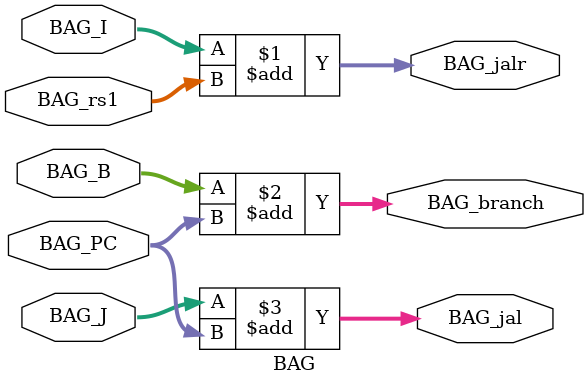
<source format=sv>
`timescale 1ns / 1ps


module BAG(
    input logic [31:0] BAG_PC,
    input logic [31:0] BAG_J,
    input logic [31:0] BAG_B,
    input logic [31:0] BAG_I,
    input logic [31:0] BAG_rs1,
    output logic [31:0] BAG_jalr,
    output logic [31:0] BAG_branch,
    output logic [31:0] BAG_jal
    );
    
   assign BAG_jalr = BAG_I + BAG_rs1;
   assign BAG_branch = BAG_B + BAG_PC;
   assign BAG_jal = BAG_J + BAG_PC;
   
endmodule

</source>
